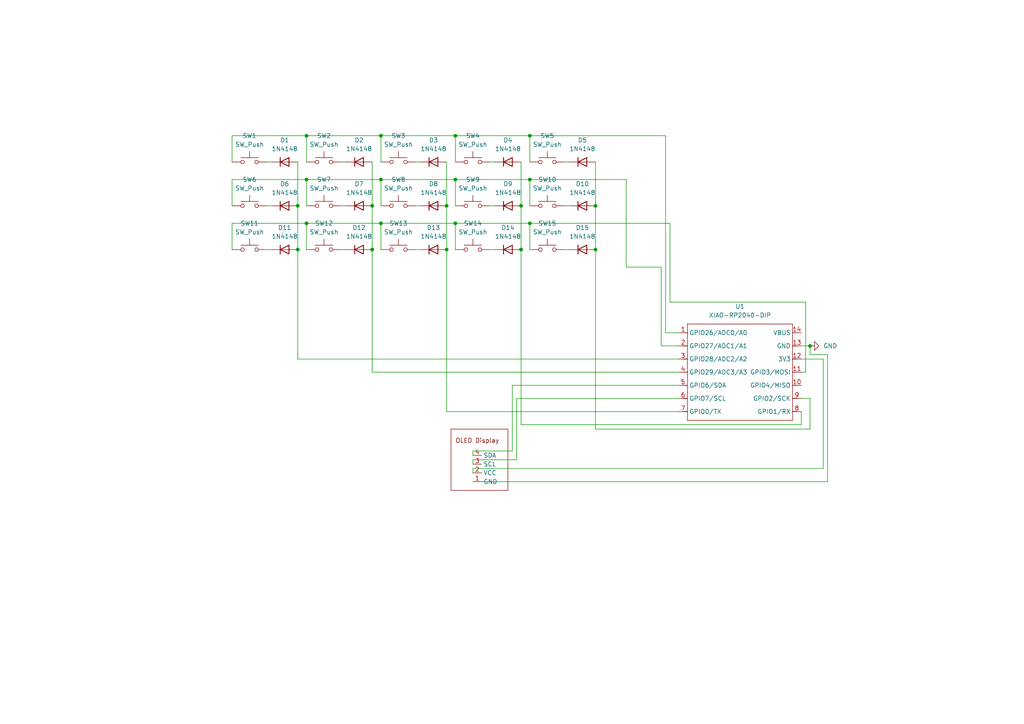
<source format=kicad_sch>
(kicad_sch (version 20250114) (generator "eeschema") (generator_version "9.0")
  (paper "A4")
  (lib_symbols
    (symbol "Diode:1N4148" (pin_numbers (hide yes)) (pin_names (hide yes))
      (property "Reference" "D" (at 0 2.54 0))
      (property "Value" "1N4148" (at 0 -2.54 0))
      (symbol "1N4148_0_1"
        (polyline (pts (xy -1.27 1.27) (xy -1.27 -1.27)) (stroke (width 0.254)))
        (polyline (pts (xy 1.27 1.27) (xy 1.27 -1.27) (xy -1.27 0) (xy 1.27 1.27)) (stroke (width 0.254)))
        (polyline (pts (xy 1.27 0) (xy -1.27 0)))
      )
      (symbol "1N4148_1_1"
        (pin passive line (at -3.81 0 0) (length 2.54) (name "K") (number "1"))
        (pin passive line (at 3.81 0 180) (length 2.54) (name "A") (number "2"))
      )
    )
    (symbol "OLED Display:4_Pin_Oled_Display"
      (symbol "4_Pin_Oled_Display_0_1"
        (rectangle (start 11.43 -2.54) (end -5.08 15.24))
      )
      (symbol "4_Pin_Oled_Display_1_1"
        (text "OLED Display" (at 2.54 11.938 0) (effects (font (size 1.27 1.27))))
        (pin input line (at 1.27 7.62 0) (length 2.54) (name "SDA") (number "4"))
        (pin input line (at 1.27 5.08 0) (length 2.54) (name "SCL") (number "3"))
        (pin input line (at 1.27 2.54 0) (length 2.54) (name "VCC") (number "2"))
        (pin output line (at 1.27 0 0) (length 2.54) (name "GND") (number "1"))
      )
    )
    (symbol "OPL Library:XIAO-RP2040-DIP"
      (property "Reference" "U" (at 0 0 0))
      (property "Value" "XIAO-RP2040-DIP" (at 5.334 -1.778 0))
      (symbol "XIAO-RP2040-DIP_1_0"
        (polyline (pts (xy -1.27 -2.54) (xy 29.21 -2.54)) (stroke (width 0.1524)))
        (polyline (pts (xy -1.27 -5.08) (xy -2.54 -5.08)) (stroke (width 0.1524)))
        (polyline (pts (xy -1.27 -5.08) (xy -1.27 -2.54)) (stroke (width 0.1524)))
        (polyline (pts (xy -1.27 -8.89) (xy -2.54 -8.89)) (stroke (width 0.1524)))
        (polyline (pts (xy -1.27 -8.89) (xy -1.27 -5.08)) (stroke (width 0.1524)))
        (polyline (pts (xy -1.27 -12.7) (xy -2.54 -12.7)) (stroke (width 0.1524)))
        (polyline (pts (xy -1.27 -12.7) (xy -1.27 -8.89)) (stroke (width 0.1524)))
        (polyline (pts (xy -1.27 -16.51) (xy -2.54 -16.51)) (stroke (width 0.1524)))
        (polyline (pts (xy -1.27 -16.51) (xy -1.27 -12.7)) (stroke (width 0.1524)))
        (polyline (pts (xy -1.27 -20.32) (xy -2.54 -20.32)) (stroke (width 0.1524)))
        (polyline (pts (xy -1.27 -24.13) (xy -2.54 -24.13)) (stroke (width 0.1524)))
        (polyline (pts (xy -1.27 -27.94) (xy -2.54 -27.94)) (stroke (width 0.1524)))
        (polyline (pts (xy -1.27 -30.48) (xy -1.27 -16.51)) (stroke (width 0.1524)))
        (polyline (pts (xy 29.21 -2.54) (xy 29.21 -5.08)) (stroke (width 0.1524)))
        (polyline (pts (xy 29.21 -5.08) (xy 29.21 -8.89)) (stroke (width 0.1524)))
        (polyline (pts (xy 29.21 -8.89) (xy 29.21 -12.7)) (stroke (width 0.1524)))
        (polyline (pts (xy 29.21 -12.7) (xy 29.21 -30.48)) (stroke (width 0.1524)))
        (polyline (pts (xy 29.21 -30.48) (xy -1.27 -30.48)) (stroke (width 0.1524)))
        (polyline (pts (xy 30.48 -5.08) (xy 29.21 -5.08)) (stroke (width 0.1524)))
        (polyline (pts (xy 30.48 -8.89) (xy 29.21 -8.89)) (stroke (width 0.1524)))
        (polyline (pts (xy 30.48 -12.7) (xy 29.21 -12.7)) (stroke (width 0.1524)))
        (polyline (pts (xy 30.48 -16.51) (xy 29.21 -16.51)) (stroke (width 0.1524)))
        (polyline (pts (xy 30.48 -20.32) (xy 29.21 -20.32)) (stroke (width 0.1524)))
        (polyline (pts (xy 30.48 -24.13) (xy 29.21 -24.13)) (stroke (width 0.1524)))
        (polyline (pts (xy 30.48 -27.94) (xy 29.21 -27.94)) (stroke (width 0.1524)))
        (pin passive line (at -3.81 -5.08 0) (length 2.54) (name "GPIO26/ADC0/A0") (number "1"))
        (pin passive line (at -3.81 -8.89 0) (length 2.54) (name "GPIO27/ADC1/A1") (number "2"))
        (pin passive line (at -3.81 -12.7 0) (length 2.54) (name "GPIO28/ADC2/A2") (number "3"))
        (pin passive line (at -3.81 -16.51 0) (length 2.54) (name "GPIO29/ADC3/A3") (number "4"))
        (pin passive line (at -3.81 -20.32 0) (length 2.54) (name "GPIO6/SDA") (number "5"))
        (pin passive line (at -3.81 -24.13 0) (length 2.54) (name "GPIO7/SCL") (number "6"))
        (pin passive line (at -3.81 -27.94 0) (length 2.54) (name "GPIO0/TX") (number "7"))
        (pin passive line (at 31.75 -5.08 180) (length 2.54) (name "VBUS") (number "14"))
        (pin passive line (at 31.75 -8.89 180) (length 2.54) (name "GND") (number "13"))
        (pin passive line (at 31.75 -12.7 180) (length 2.54) (name "3V3") (number "12"))
        (pin passive line (at 31.75 -16.51 180) (length 2.54) (name "GPIO3/MOSI") (number "11"))
        (pin passive line (at 31.75 -20.32 180) (length 2.54) (name "GPIO4/MISO") (number "10"))
        (pin passive line (at 31.75 -24.13 180) (length 2.54) (name "GPIO2/SCK") (number "9"))
        (pin passive line (at 31.75 -27.94 180) (length 2.54) (name "GPIO1/RX") (number "8"))
      )
    )
    (symbol "Switch:SW_Push" (pin_numbers (hide yes)) (pin_names (offset 1.016) (hide yes))
      (property "Reference" "SW" (at 1.27 2.54 0))
      (property "Value" "SW_Push" (at 0 -1.524 0))
      (symbol "SW_Push_0_1"
        (circle (center -2.032 0) (radius 0.508))
        (polyline (pts (xy 0 1.27) (xy 0 3.048)))
        (circle (center 2.032 0) (radius 0.508))
        (polyline (pts (xy 2.54 1.27) (xy -2.54 1.27)))
        (pin passive line (at -5.08 0 0) (length 2.54) (name "1") (number "1"))
        (pin passive line (at 5.08 0 180) (length 2.54) (name "2") (number "2"))
      )
    )
    (symbol "power:GND" (power) (pin_numbers (hide yes)) (pin_names (offset 0) (hide yes))
      (property "Value" "GND" (at 0 -3.81 0))
      (symbol "GND_0_1"
        (polyline (pts (xy 0 0) (xy 0 -1.27) (xy 1.27 -1.27) (xy 0 -2.54) (xy -1.27 -1.27) (xy 0 -1.27)))
      )
      (symbol "GND_1_1"
        (pin power_in line (at 0 0 270) (length 0) (name "~") (number "1"))
      )
    )
  )
  (junction (at 110.49 64.77))
  (junction (at 132.08 52.07))
  (junction (at 153.67 52.07))
  (junction (at 110.49 52.07))
  (junction (at 107.95 59.69))
  (junction (at 132.08 64.77))
  (junction (at 129.54 72.39))
  (junction (at 88.9 52.07))
  (junction (at 88.9 64.77))
  (junction (at 88.9 39.37))
  (junction (at 132.08 39.37))
  (junction (at 86.36 72.39))
  (junction (at 151.13 72.39))
  (junction (at 172.72 59.69))
  (junction (at 153.67 39.37))
  (junction (at 234.95 100.33))
  (junction (at 153.67 64.77))
  (junction (at 110.49 39.37))
  (junction (at 107.95 72.39))
  (junction (at 172.72 72.39))
  (junction (at 129.54 59.69))
  (junction (at 151.13 59.69))
  (junction (at 86.36 59.69))
  (wire (pts (xy 238.76 104.14) (xy 238.76 135.89)))
  (wire (pts (xy 153.67 39.37) (xy 153.67 46.99)))
  (wire (pts (xy 132.08 39.37) (xy 132.08 46.99)))
  (wire (pts (xy 107.95 107.95) (xy 196.85 107.95)))
  (wire (pts (xy 99.06 46.99) (xy 100.33 46.99)))
  (wire (pts (xy 120.65 46.99) (xy 121.92 46.99)))
  (wire (pts (xy 88.9 39.37) (xy 110.49 39.37)))
  (wire (pts (xy 142.24 72.39) (xy 143.51 72.39)))
  (wire (pts (xy 99.06 59.69) (xy 100.33 59.69)))
  (wire (pts (xy 193.04 39.37) (xy 193.04 96.52)))
  (wire (pts (xy 77.47 46.99) (xy 78.74 46.99)))
  (wire (pts (xy 163.83 59.69) (xy 165.1 59.69)))
  (wire (pts (xy 233.68 87.63) (xy 194.31 87.63)))
  (wire (pts (xy 88.9 52.07) (xy 110.49 52.07)))
  (wire (pts (xy 151.13 123.19) (xy 232.41 123.19)))
  (wire (pts (xy 88.9 39.37) (xy 88.9 46.99)))
  (wire (pts (xy 107.95 72.39) (xy 107.95 107.95)))
  (wire (pts (xy 232.41 100.33) (xy 234.95 100.33)))
  (wire (pts (xy 129.54 119.38) (xy 129.54 72.39)))
  (wire (pts (xy 142.24 59.69) (xy 143.51 59.69)))
  (wire (pts (xy 86.36 46.99) (xy 86.36 59.69)))
  (wire (pts (xy 151.13 123.19) (xy 151.13 72.39)))
  (wire (pts (xy 232.41 107.95) (xy 233.68 107.95)))
  (wire (pts (xy 132.08 52.07) (xy 153.67 52.07)))
  (wire (pts (xy 151.13 46.99) (xy 151.13 59.69)))
  (wire (pts (xy 181.61 77.47) (xy 191.77 77.47)))
  (wire (pts (xy 67.31 52.07) (xy 67.31 59.69)))
  (wire (pts (xy 172.72 124.46) (xy 234.95 124.46)))
  (wire (pts (xy 120.65 72.39) (xy 121.92 72.39)))
  (wire (pts (xy 67.31 39.37) (xy 88.9 39.37)))
  (wire (pts (xy 193.04 96.52) (xy 196.85 96.52)))
  (wire (pts (xy 99.06 72.39) (xy 100.33 72.39)))
  (wire (pts (xy 77.47 72.39) (xy 78.74 72.39)))
  (wire (pts (xy 88.9 52.07) (xy 88.9 59.69)))
  (wire (pts (xy 181.61 77.47) (xy 181.61 52.07)))
  (wire (pts (xy 137.16 139.7) (xy 240.03 139.7)))
  (wire (pts (xy 191.77 77.47) (xy 191.77 100.33)))
  (wire (pts (xy 191.77 100.33) (xy 196.85 100.33)))
  (wire (pts (xy 110.49 39.37) (xy 132.08 39.37)))
  (wire (pts (xy 88.9 64.77) (xy 110.49 64.77)))
  (wire (pts (xy 172.72 59.69) (xy 172.72 72.39)))
  (wire (pts (xy 67.31 52.07) (xy 88.9 52.07)))
  (wire (pts (xy 132.08 64.77) (xy 153.67 64.77)))
  (wire (pts (xy 137.16 137.16) (xy 137.16 135.89)))
  (wire (pts (xy 86.36 59.69) (xy 86.36 72.39)))
  (wire (pts (xy 132.08 52.07) (xy 132.08 59.69)))
  (wire (pts (xy 129.54 119.38) (xy 196.85 119.38)))
  (wire (pts (xy 67.31 64.77) (xy 67.31 72.39)))
  (wire (pts (xy 194.31 87.63) (xy 194.31 64.77)))
  (wire (pts (xy 137.16 135.89) (xy 238.76 135.89)))
  (wire (pts (xy 142.24 46.99) (xy 143.51 46.99)))
  (wire (pts (xy 86.36 72.39) (xy 86.36 104.14)))
  (wire (pts (xy 67.31 39.37) (xy 67.31 46.99)))
  (wire (pts (xy 137.16 130.81) (xy 148.59 130.81)))
  (wire (pts (xy 234.95 102.87) (xy 234.95 100.33)))
  (wire (pts (xy 129.54 59.69) (xy 129.54 72.39)))
  (wire (pts (xy 110.49 64.77) (xy 132.08 64.77)))
  (wire (pts (xy 137.16 130.81) (xy 137.16 132.08)))
  (wire (pts (xy 153.67 52.07) (xy 153.67 59.69)))
  (wire (pts (xy 137.16 133.35) (xy 137.16 134.62)))
  (wire (pts (xy 153.67 64.77) (xy 153.67 72.39)))
  (wire (pts (xy 149.86 115.57) (xy 196.85 115.57)))
  (wire (pts (xy 107.95 46.99) (xy 107.95 59.69)))
  (wire (pts (xy 132.08 39.37) (xy 153.67 39.37)))
  (wire (pts (xy 88.9 64.77) (xy 88.9 72.39)))
  (wire (pts (xy 110.49 52.07) (xy 132.08 52.07)))
  (wire (pts (xy 234.95 115.57) (xy 232.41 115.57)))
  (wire (pts (xy 163.83 46.99) (xy 165.1 46.99)))
  (wire (pts (xy 232.41 119.38) (xy 232.41 123.19)))
  (wire (pts (xy 77.47 59.69) (xy 78.74 59.69)))
  (wire (pts (xy 110.49 39.37) (xy 110.49 46.99)))
  (wire (pts (xy 233.68 107.95) (xy 233.68 87.63)))
  (wire (pts (xy 137.16 133.35) (xy 149.86 133.35)))
  (wire (pts (xy 181.61 52.07) (xy 153.67 52.07)))
  (wire (pts (xy 110.49 64.77) (xy 110.49 72.39)))
  (wire (pts (xy 86.36 104.14) (xy 196.85 104.14)))
  (wire (pts (xy 148.59 111.76) (xy 196.85 111.76)))
  (wire (pts (xy 129.54 46.99) (xy 129.54 59.69)))
  (wire (pts (xy 120.65 59.69) (xy 121.92 59.69)))
  (wire (pts (xy 107.95 59.69) (xy 107.95 72.39)))
  (wire (pts (xy 172.72 124.46) (xy 172.72 72.39)))
  (wire (pts (xy 153.67 64.77) (xy 194.31 64.77)))
  (wire (pts (xy 67.31 64.77) (xy 88.9 64.77)))
  (wire (pts (xy 240.03 139.7) (xy 240.03 102.87)))
  (wire (pts (xy 148.59 130.81) (xy 148.59 111.76)))
  (wire (pts (xy 151.13 59.69) (xy 151.13 72.39)))
  (wire (pts (xy 153.67 39.37) (xy 193.04 39.37)))
  (wire (pts (xy 110.49 52.07) (xy 110.49 59.69)))
  (wire (pts (xy 172.72 46.99) (xy 172.72 59.69)))
  (wire (pts (xy 132.08 64.77) (xy 132.08 72.39)))
  (wire (pts (xy 240.03 102.87) (xy 234.95 102.87)))
  (wire (pts (xy 234.95 124.46) (xy 234.95 115.57)))
  (wire (pts (xy 149.86 133.35) (xy 149.86 115.57)))
  (wire (pts (xy 163.83 72.39) (xy 165.1 72.39)))
  (wire (pts (xy 238.76 104.14) (xy 232.41 104.14)))
  (symbol (lib_id "Switch:SW_Push") (at 72.39 59.69 0) (unit 1)
    (property "Reference" "SW6" (at 72.39 52.07 0))
    (property "Value" "SW_Push" (at 72.39 54.61 0))
    (property "Footprint" "Button_Switch_Keyboard:SW_Cherry_MX_1.00u_PCB" (effects (hide yes)))
    (property "Description" "Push button switch, generic, two pins" (effects (hide yes)))
  )
  (symbol (lib_id "Diode:1N4148") (at 104.14 72.39 0) (unit 1)
    (property "Reference" "D12" (at 104.14 66.04 0))
    (property "Value" "1N4148" (at 104.14 68.58 0))
    (property "Footprint" "Diode_THT:D_DO-35_SOD27_P7.62mm_Horizontal" (effects (hide yes)))
    (property "Datasheet" "https://assets.nexperia.com/documents/data-sheet/1N4148_1N4448.pdf" (effects (hide yes)))
    (property "Description" "100V 0.15A standard switching diode, DO-35" (effects (hide yes)))
    (property "Sim.Device" "D" (effects (hide yes)))
    (property "Sim.Pins" "1=K 2=A" (effects (hide yes)))
  )
  (symbol (lib_id "Switch:SW_Push") (at 93.98 59.69 0) (unit 1)
    (property "Reference" "SW7" (at 93.98 52.07 0))
    (property "Value" "SW_Push" (at 93.98 54.61 0))
    (property "Footprint" "Button_Switch_Keyboard:SW_Cherry_MX_1.00u_PCB" (effects (hide yes)))
    (property "Description" "Push button switch, generic, two pins" (effects (hide yes)))
  )
  (symbol (lib_id "OPL Library:XIAO-RP2040-DIP") (at 200.66 91.44 0) (unit 1)
    (property "Reference" "U1" (at 214.63 88.9 0))
    (property "Value" "XIAO-RP2040-DIP" (at 214.63 91.44 0))
    (property "Footprint" "OPL Library:XIAO-RP2040-DIP" (effects (hide yes)))
  )
  (symbol (lib_id "Diode:1N4148") (at 147.32 72.39 0) (unit 1)
    (property "Reference" "D14" (at 147.32 66.04 0))
    (property "Value" "1N4148" (at 147.32 68.58 0))
    (property "Footprint" "Diode_THT:D_DO-35_SOD27_P7.62mm_Horizontal" (effects (hide yes)))
    (property "Datasheet" "https://assets.nexperia.com/documents/data-sheet/1N4148_1N4448.pdf" (effects (hide yes)))
    (property "Description" "100V 0.15A standard switching diode, DO-35" (effects (hide yes)))
    (property "Sim.Device" "D" (effects (hide yes)))
    (property "Sim.Pins" "1=K 2=A" (effects (hide yes)))
  )
  (symbol (lib_id "Switch:SW_Push") (at 115.57 72.39 0) (unit 1)
    (property "Reference" "SW13" (at 115.57 64.77 0))
    (property "Value" "SW_Push" (at 115.57 67.31 0))
    (property "Footprint" "Button_Switch_Keyboard:SW_Cherry_MX_1.00u_PCB" (effects (hide yes)))
    (property "Description" "Push button switch, generic, two pins" (effects (hide yes)))
  )
  (symbol (lib_id "Switch:SW_Push") (at 93.98 72.39 0) (unit 1)
    (property "Reference" "SW12" (at 93.98 64.77 0))
    (property "Value" "SW_Push" (at 93.98 67.31 0))
    (property "Footprint" "Button_Switch_Keyboard:SW_Cherry_MX_1.00u_PCB" (effects (hide yes)))
    (property "Description" "Push button switch, generic, two pins" (effects (hide yes)))
  )
  (symbol (lib_id "Diode:1N4148") (at 147.32 59.69 0) (unit 1)
    (property "Reference" "D9" (at 147.32 53.34 0))
    (property "Value" "1N4148" (at 147.32 55.88 0))
    (property "Footprint" "Diode_THT:D_DO-35_SOD27_P7.62mm_Horizontal" (effects (hide yes)))
    (property "Datasheet" "https://assets.nexperia.com/documents/data-sheet/1N4148_1N4448.pdf" (effects (hide yes)))
    (property "Description" "100V 0.15A standard switching diode, DO-35" (effects (hide yes)))
    (property "Sim.Device" "D" (effects (hide yes)))
    (property "Sim.Pins" "1=K 2=A" (effects (hide yes)))
  )
  (symbol (lib_id "Diode:1N4148") (at 125.73 72.39 0) (unit 1)
    (property "Reference" "D13" (at 125.73 66.04 0))
    (property "Value" "1N4148" (at 125.73 68.58 0))
    (property "Footprint" "Diode_THT:D_DO-35_SOD27_P7.62mm_Horizontal" (effects (hide yes)))
    (property "Datasheet" "https://assets.nexperia.com/documents/data-sheet/1N4148_1N4448.pdf" (effects (hide yes)))
    (property "Description" "100V 0.15A standard switching diode, DO-35" (effects (hide yes)))
    (property "Sim.Device" "D" (effects (hide yes)))
    (property "Sim.Pins" "1=K 2=A" (effects (hide yes)))
  )
  (symbol (lib_id "Switch:SW_Push") (at 158.75 46.99 0) (unit 1)
    (property "Reference" "SW5" (at 158.75 39.37 0))
    (property "Value" "SW_Push" (at 158.75 41.91 0))
    (property "Footprint" "Button_Switch_Keyboard:SW_Cherry_MX_1.00u_PCB" (effects (hide yes)))
    (property "Description" "Push button switch, generic, two pins" (effects (hide yes)))
  )
  (symbol (lib_id "Switch:SW_Push") (at 158.75 72.39 0) (unit 1)
    (property "Reference" "SW15" (at 158.75 64.77 0))
    (property "Value" "SW_Push" (at 158.75 67.31 0))
    (property "Footprint" "Button_Switch_Keyboard:SW_Cherry_MX_1.00u_PCB" (effects (hide yes)))
    (property "Description" "Push button switch, generic, two pins" (effects (hide yes)))
  )
  (symbol (lib_id "Diode:1N4148") (at 168.91 59.69 0) (unit 1)
    (property "Reference" "D10" (at 168.91 53.34 0))
    (property "Value" "1N4148" (at 168.91 55.88 0))
    (property "Footprint" "Diode_THT:D_DO-35_SOD27_P7.62mm_Horizontal" (effects (hide yes)))
    (property "Datasheet" "https://assets.nexperia.com/documents/data-sheet/1N4148_1N4448.pdf" (effects (hide yes)))
    (property "Description" "100V 0.15A standard switching diode, DO-35" (effects (hide yes)))
    (property "Sim.Device" "D" (effects (hide yes)))
    (property "Sim.Pins" "1=K 2=A" (effects (hide yes)))
  )
  (symbol (lib_id "Switch:SW_Push") (at 115.57 46.99 0) (unit 1)
    (property "Reference" "SW3" (at 115.57 39.37 0))
    (property "Value" "SW_Push" (at 115.57 41.91 0))
    (property "Footprint" "Button_Switch_Keyboard:SW_Cherry_MX_1.00u_PCB" (effects (hide yes)))
    (property "Description" "Push button switch, generic, two pins" (effects (hide yes)))
  )
  (symbol (lib_id "Diode:1N4148") (at 82.55 46.99 0) (unit 1)
    (property "Reference" "D1" (at 82.55 40.64 0))
    (property "Value" "1N4148" (at 82.55 43.18 0))
    (property "Footprint" "Diode_THT:D_DO-35_SOD27_P7.62mm_Horizontal" (effects (hide yes)))
    (property "Datasheet" "https://assets.nexperia.com/documents/data-sheet/1N4148_1N4448.pdf" (effects (hide yes)))
    (property "Description" "100V 0.15A standard switching diode, DO-35" (effects (hide yes)))
    (property "Sim.Device" "D" (effects (hide yes)))
    (property "Sim.Pins" "1=K 2=A" (effects (hide yes)))
  )
  (symbol (lib_id "Switch:SW_Push") (at 158.75 59.69 0) (unit 1)
    (property "Reference" "SW10" (at 158.75 52.07 0))
    (property "Value" "SW_Push" (at 158.75 54.61 0))
    (property "Footprint" "Button_Switch_Keyboard:SW_Cherry_MX_1.00u_PCB" (effects (hide yes)))
    (property "Description" "Push button switch, generic, two pins" (effects (hide yes)))
  )
  (symbol (lib_id "Diode:1N4148") (at 104.14 59.69 0) (unit 1)
    (property "Reference" "D7" (at 104.14 53.34 0))
    (property "Value" "1N4148" (at 104.14 55.88 0))
    (property "Footprint" "Diode_THT:D_DO-35_SOD27_P7.62mm_Horizontal" (effects (hide yes)))
    (property "Datasheet" "https://assets.nexperia.com/documents/data-sheet/1N4148_1N4448.pdf" (effects (hide yes)))
    (property "Description" "100V 0.15A standard switching diode, DO-35" (effects (hide yes)))
    (property "Sim.Device" "D" (effects (hide yes)))
    (property "Sim.Pins" "1=K 2=A" (effects (hide yes)))
  )
  (symbol (lib_id "OLED Display:4_Pin_Oled_Display") (at 135.89 139.7 0) (unit 1)
    (property "Reference" "U2" (effects (hide yes)))
    (property "Value" "OLED Display" (effects (hide yes)))
    (property "Footprint" "OLED Display:SSD1306-0.91-OLED-4pin-128x32" (effects (hide yes)))
  )
  (symbol (lib_id "Switch:SW_Push") (at 72.39 72.39 0) (unit 1)
    (property "Reference" "SW11" (at 72.39 64.77 0))
    (property "Value" "SW_Push" (at 72.39 67.31 0))
    (property "Footprint" "Button_Switch_Keyboard:SW_Cherry_MX_1.00u_PCB" (effects (hide yes)))
    (property "Description" "Push button switch, generic, two pins" (effects (hide yes)))
  )
  (symbol (lib_id "Diode:1N4148") (at 82.55 72.39 0) (unit 1)
    (property "Reference" "D11" (at 82.55 66.04 0))
    (property "Value" "1N4148" (at 82.55 68.58 0))
    (property "Footprint" "Diode_THT:D_DO-35_SOD27_P7.62mm_Horizontal" (effects (hide yes)))
    (property "Datasheet" "https://assets.nexperia.com/documents/data-sheet/1N4148_1N4448.pdf" (effects (hide yes)))
    (property "Description" "100V 0.15A standard switching diode, DO-35" (effects (hide yes)))
    (property "Sim.Device" "D" (effects (hide yes)))
    (property "Sim.Pins" "1=K 2=A" (effects (hide yes)))
  )
  (symbol (lib_id "power:GND") (at 234.95 100.33 90) (unit 1)
    (property "Reference" "#PWR01" (effects (hide yes)))
    (property "Value" "GND" (at 238.76 100.3299 90) (effects (justify right)))
    (property "Description" "Power symbol creates a global label with name \"GND\" , ground" (effects (hide yes)))
  )
  (symbol (lib_id "Diode:1N4148") (at 168.91 46.99 0) (unit 1)
    (property "Reference" "D5" (at 168.91 40.64 0))
    (property "Value" "1N4148" (at 168.91 43.18 0))
    (property "Footprint" "Diode_THT:D_DO-35_SOD27_P7.62mm_Horizontal" (effects (hide yes)))
    (property "Datasheet" "https://assets.nexperia.com/documents/data-sheet/1N4148_1N4448.pdf" (effects (hide yes)))
    (property "Description" "100V 0.15A standard switching diode, DO-35" (effects (hide yes)))
    (property "Sim.Device" "D" (effects (hide yes)))
    (property "Sim.Pins" "1=K 2=A" (effects (hide yes)))
  )
  (symbol (lib_id "Switch:SW_Push") (at 137.16 59.69 0) (unit 1)
    (property "Reference" "SW9" (at 137.16 52.07 0))
    (property "Value" "SW_Push" (at 137.16 54.61 0))
    (property "Footprint" "Button_Switch_Keyboard:SW_Cherry_MX_1.00u_PCB" (effects (hide yes)))
    (property "Description" "Push button switch, generic, two pins" (effects (hide yes)))
  )
  (symbol (lib_id "Diode:1N4148") (at 104.14 46.99 0) (unit 1)
    (property "Reference" "D2" (at 104.14 40.64 0))
    (property "Value" "1N4148" (at 104.14 43.18 0))
    (property "Footprint" "Diode_THT:D_DO-35_SOD27_P7.62mm_Horizontal" (effects (hide yes)))
    (property "Datasheet" "https://assets.nexperia.com/documents/data-sheet/1N4148_1N4448.pdf" (effects (hide yes)))
    (property "Description" "100V 0.15A standard switching diode, DO-35" (effects (hide yes)))
    (property "Sim.Device" "D" (effects (hide yes)))
    (property "Sim.Pins" "1=K 2=A" (effects (hide yes)))
  )
  (symbol (lib_id "Switch:SW_Push") (at 137.16 72.39 0) (unit 1)
    (property "Reference" "SW14" (at 137.16 64.77 0))
    (property "Value" "SW_Push" (at 137.16 67.31 0))
    (property "Footprint" "Button_Switch_Keyboard:SW_Cherry_MX_1.00u_PCB" (effects (hide yes)))
    (property "Description" "Push button switch, generic, two pins" (effects (hide yes)))
  )
  (symbol (lib_id "Diode:1N4148") (at 125.73 46.99 0) (unit 1)
    (property "Reference" "D3" (at 125.73 40.64 0))
    (property "Value" "1N4148" (at 125.73 43.18 0))
    (property "Footprint" "Diode_THT:D_DO-35_SOD27_P7.62mm_Horizontal" (effects (hide yes)))
    (property "Datasheet" "https://assets.nexperia.com/documents/data-sheet/1N4148_1N4448.pdf" (effects (hide yes)))
    (property "Description" "100V 0.15A standard switching diode, DO-35" (effects (hide yes)))
    (property "Sim.Device" "D" (effects (hide yes)))
    (property "Sim.Pins" "1=K 2=A" (effects (hide yes)))
  )
  (symbol (lib_id "Switch:SW_Push") (at 93.98 46.99 0) (unit 1)
    (property "Reference" "SW2" (at 93.98 39.37 0))
    (property "Value" "SW_Push" (at 93.98 41.91 0))
    (property "Footprint" "Button_Switch_Keyboard:SW_Cherry_MX_1.00u_PCB" (effects (hide yes)))
    (property "Description" "Push button switch, generic, two pins" (effects (hide yes)))
  )
  (symbol (lib_id "Diode:1N4148") (at 125.73 59.69 0) (unit 1)
    (property "Reference" "D8" (at 125.73 53.34 0))
    (property "Value" "1N4148" (at 125.73 55.88 0))
    (property "Footprint" "Diode_THT:D_DO-35_SOD27_P7.62mm_Horizontal" (effects (hide yes)))
    (property "Datasheet" "https://assets.nexperia.com/documents/data-sheet/1N4148_1N4448.pdf" (effects (hide yes)))
    (property "Description" "100V 0.15A standard switching diode, DO-35" (effects (hide yes)))
    (property "Sim.Device" "D" (effects (hide yes)))
    (property "Sim.Pins" "1=K 2=A" (effects (hide yes)))
  )
  (symbol (lib_id "Switch:SW_Push") (at 115.57 59.69 0) (unit 1)
    (property "Reference" "SW8" (at 115.57 52.07 0))
    (property "Value" "SW_Push" (at 115.57 54.61 0))
    (property "Footprint" "Button_Switch_Keyboard:SW_Cherry_MX_1.00u_PCB" (effects (hide yes)))
    (property "Description" "Push button switch, generic, two pins" (effects (hide yes)))
  )
  (symbol (lib_id "Switch:SW_Push") (at 72.39 46.99 0) (unit 1)
    (property "Reference" "SW1" (at 72.39 39.37 0))
    (property "Value" "SW_Push" (at 72.39 41.91 0))
    (property "Footprint" "Button_Switch_Keyboard:SW_Cherry_MX_1.00u_PCB" (effects (hide yes)))
    (property "Description" "Push button switch, generic, two pins" (effects (hide yes)))
  )
  (symbol (lib_id "Diode:1N4148") (at 168.91 72.39 0) (unit 1)
    (property "Reference" "D15" (at 168.91 66.04 0))
    (property "Value" "1N4148" (at 168.91 68.58 0))
    (property "Footprint" "Diode_THT:D_DO-35_SOD27_P7.62mm_Horizontal" (effects (hide yes)))
    (property "Datasheet" "https://assets.nexperia.com/documents/data-sheet/1N4148_1N4448.pdf" (effects (hide yes)))
    (property "Description" "100V 0.15A standard switching diode, DO-35" (effects (hide yes)))
    (property "Sim.Device" "D" (effects (hide yes)))
    (property "Sim.Pins" "1=K 2=A" (effects (hide yes)))
  )
  (symbol (lib_id "Switch:SW_Push") (at 137.16 46.99 0) (unit 1)
    (property "Reference" "SW4" (at 137.16 39.37 0))
    (property "Value" "SW_Push" (at 137.16 41.91 0))
    (property "Footprint" "Button_Switch_Keyboard:SW_Cherry_MX_1.00u_PCB" (effects (hide yes)))
    (property "Description" "Push button switch, generic, two pins" (effects (hide yes)))
  )
  (symbol (lib_id "Diode:1N4148") (at 82.55 59.69 0) (unit 1)
    (property "Reference" "D6" (at 82.55 53.34 0))
    (property "Value" "1N4148" (at 82.55 55.88 0))
    (property "Footprint" "Diode_THT:D_DO-35_SOD27_P7.62mm_Horizontal" (effects (hide yes)))
    (property "Datasheet" "https://assets.nexperia.com/documents/data-sheet/1N4148_1N4448.pdf" (effects (hide yes)))
    (property "Description" "100V 0.15A standard switching diode, DO-35" (effects (hide yes)))
    (property "Sim.Device" "D" (effects (hide yes)))
    (property "Sim.Pins" "1=K 2=A" (effects (hide yes)))
  )
  (symbol (lib_id "Diode:1N4148") (at 147.32 46.99 0) (unit 1)
    (property "Reference" "D4" (at 147.32 40.64 0))
    (property "Value" "1N4148" (at 147.32 43.18 0))
    (property "Footprint" "Diode_THT:D_DO-35_SOD27_P7.62mm_Horizontal" (effects (hide yes)))
    (property "Datasheet" "https://assets.nexperia.com/documents/data-sheet/1N4148_1N4448.pdf" (effects (hide yes)))
    (property "Description" "100V 0.15A standard switching diode, DO-35" (effects (hide yes)))
    (property "Sim.Device" "D" (effects (hide yes)))
    (property "Sim.Pins" "1=K 2=A" (effects (hide yes)))
  )
)
</source>
